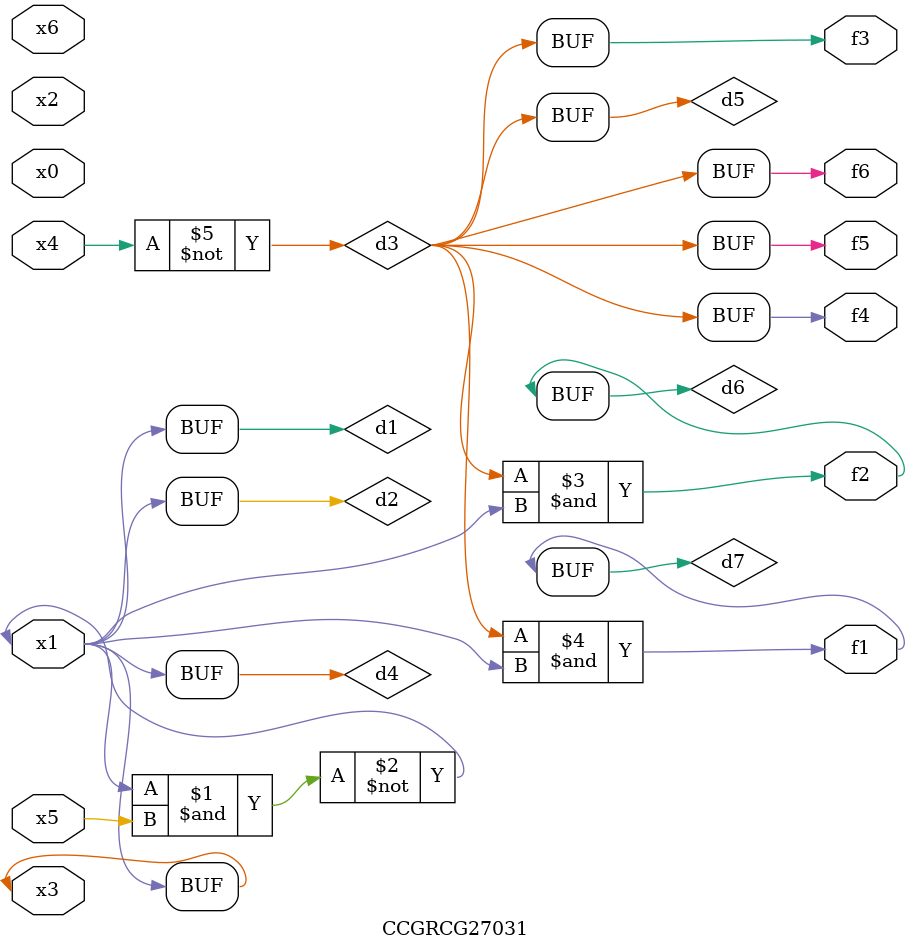
<source format=v>
module CCGRCG27031(
	input x0, x1, x2, x3, x4, x5, x6,
	output f1, f2, f3, f4, f5, f6
);

	wire d1, d2, d3, d4, d5, d6, d7;

	buf (d1, x1, x3);
	nand (d2, x1, x5);
	not (d3, x4);
	buf (d4, d1, d2);
	buf (d5, d3);
	and (d6, d3, d4);
	and (d7, d3, d4);
	assign f1 = d7;
	assign f2 = d6;
	assign f3 = d5;
	assign f4 = d5;
	assign f5 = d5;
	assign f6 = d5;
endmodule

</source>
